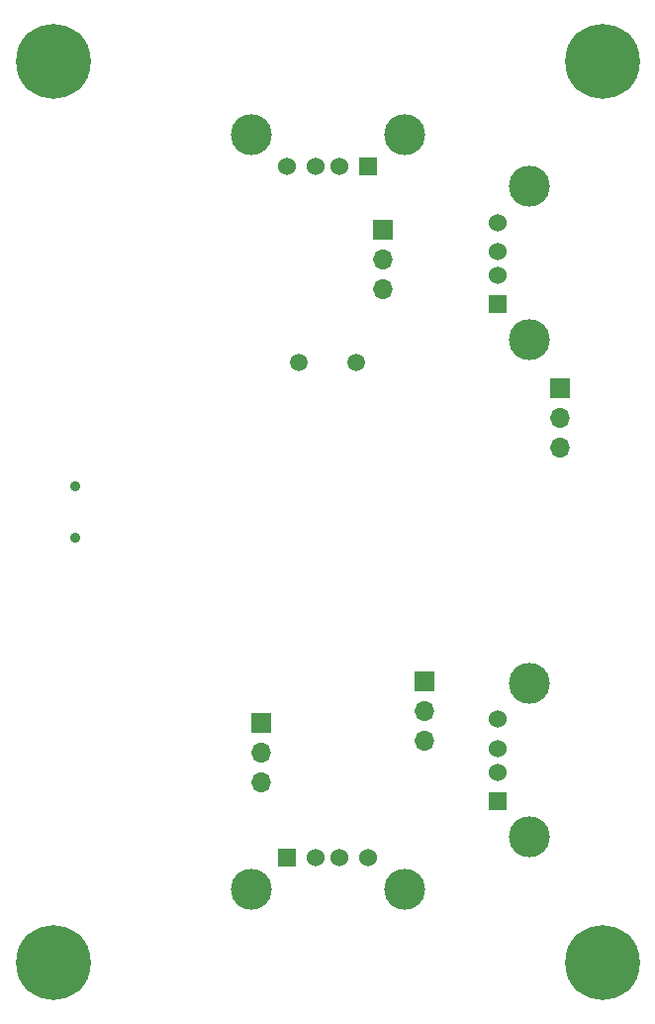
<source format=gbs>
%TF.GenerationSoftware,KiCad,Pcbnew,(6.0.5)*%
%TF.CreationDate,2024-04-12T21:31:27+02:00*%
%TF.ProjectId,TUSB2046-FS-HUB,54555342-3230-4343-962d-46532d485542,rev?*%
%TF.SameCoordinates,Original*%
%TF.FileFunction,Soldermask,Bot*%
%TF.FilePolarity,Negative*%
%FSLAX46Y46*%
G04 Gerber Fmt 4.6, Leading zero omitted, Abs format (unit mm)*
G04 Created by KiCad (PCBNEW (6.0.5)) date 2024-04-12 21:31:27*
%MOMM*%
%LPD*%
G01*
G04 APERTURE LIST*
%ADD10R,1.524000X1.524000*%
%ADD11C,1.524000*%
%ADD12C,3.500000*%
%ADD13C,6.400000*%
%ADD14C,1.500000*%
%ADD15R,1.700000X1.700000*%
%ADD16O,1.700000X1.700000*%
%ADD17C,0.900000*%
G04 APERTURE END LIST*
D10*
%TO.C,J5*%
X149000000Y-122022500D03*
D11*
X151500000Y-122022500D03*
X153500000Y-122022500D03*
X156000000Y-122022500D03*
D12*
X159070000Y-124732500D03*
X145930000Y-124732500D03*
%TD*%
D13*
%TO.C,H1*%
X176000000Y-54000000D03*
%TD*%
%TO.C,H4*%
X129000000Y-54000000D03*
%TD*%
%TO.C,H3*%
X129000000Y-131000000D03*
%TD*%
D14*
%TO.C,Y1*%
X150050000Y-79700000D03*
X154930000Y-79700000D03*
%TD*%
D10*
%TO.C,J4*%
X167022500Y-117250000D03*
D11*
X167022500Y-114750000D03*
X167022500Y-112750000D03*
X167022500Y-110250000D03*
D12*
X169732500Y-107180000D03*
X169732500Y-120320000D03*
%TD*%
D13*
%TO.C,H2*%
X176000000Y-131000000D03*
%TD*%
D15*
%TO.C,J6*%
X160800000Y-106975000D03*
D16*
X160800000Y-109515000D03*
X160800000Y-112055000D03*
%TD*%
D10*
%TO.C,J2*%
X156000000Y-62977500D03*
D11*
X153500000Y-62977500D03*
X151500000Y-62977500D03*
X149000000Y-62977500D03*
D12*
X145930000Y-60267500D03*
X159070000Y-60267500D03*
%TD*%
D15*
%TO.C,J7*%
X146800000Y-110560000D03*
D16*
X146800000Y-113100000D03*
X146800000Y-115640000D03*
%TD*%
D17*
%TO.C,J1*%
X130925000Y-90300000D03*
X130925000Y-94700000D03*
%TD*%
D10*
%TO.C,J3*%
X167022500Y-74750000D03*
D11*
X167022500Y-72250000D03*
X167022500Y-70250000D03*
X167022500Y-67750000D03*
D12*
X169732500Y-77820000D03*
X169732500Y-64680000D03*
%TD*%
D15*
%TO.C,J9*%
X172400000Y-81960000D03*
D16*
X172400000Y-84500000D03*
X172400000Y-87040000D03*
%TD*%
D15*
%TO.C,J8*%
X157200000Y-68360000D03*
D16*
X157200000Y-70900000D03*
X157200000Y-73440000D03*
%TD*%
M02*

</source>
